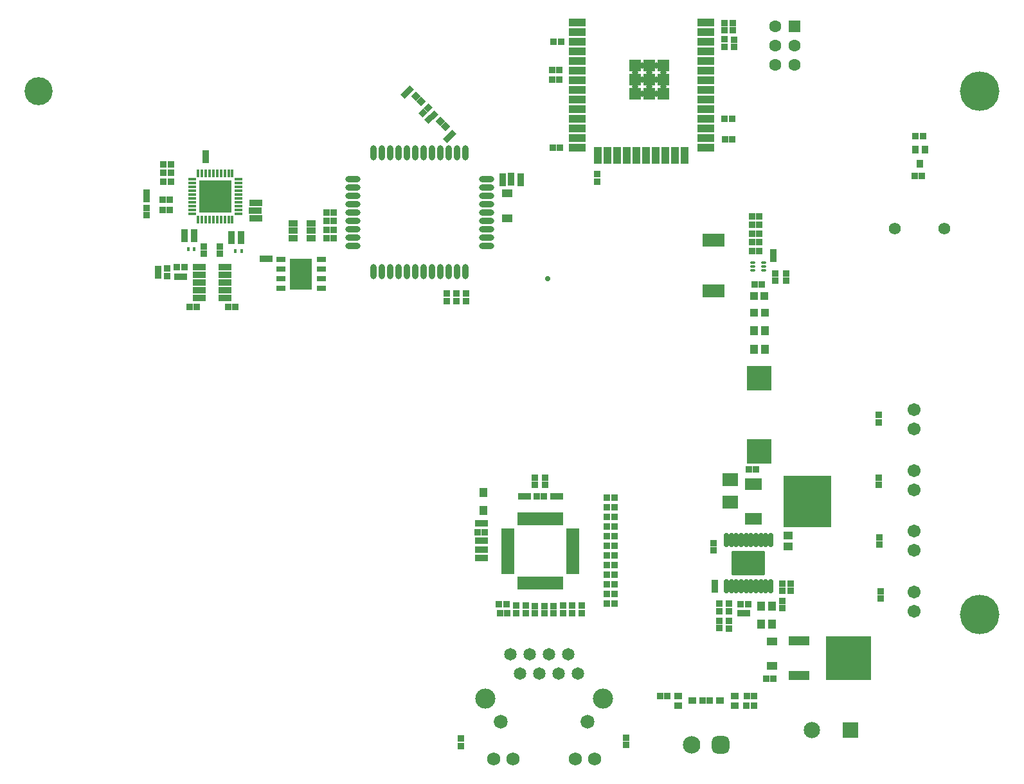
<source format=gbs>
G04*
G04 #@! TF.GenerationSoftware,Altium Limited,Altium Designer,21.9.1 (22)*
G04*
G04 Layer_Color=16711935*
%FSLAX25Y25*%
%MOIN*%
G70*
G04*
G04 #@! TF.SameCoordinates,3683F5DD-B2EF-4FE9-AD71-088996B23F6A*
G04*
G04*
G04 #@! TF.FilePolarity,Negative*
G04*
G01*
G75*
%ADD16R,0.03556X0.03359*%
%ADD17C,0.06200*%
%ADD18C,0.06706*%
%ADD19C,0.14580*%
%ADD20C,0.20485*%
%ADD21C,0.07198*%
%ADD22C,0.10426*%
%ADD23C,0.06824*%
%ADD24C,0.06493*%
%ADD25R,0.08465X0.08465*%
%ADD26C,0.08465*%
%ADD27C,0.09068*%
G04:AMPARAMS|DCode=28|XSize=90.68mil|YSize=90.68mil|CornerRadius=24.67mil|HoleSize=0mil|Usage=FLASHONLY|Rotation=180.000|XOffset=0mil|YOffset=0mil|HoleType=Round|Shape=RoundedRectangle|*
%AMROUNDEDRECTD28*
21,1,0.09068,0.04134,0,0,180.0*
21,1,0.04134,0.09068,0,0,180.0*
1,1,0.04934,-0.02067,0.02067*
1,1,0.04934,0.02067,0.02067*
1,1,0.04934,0.02067,-0.02067*
1,1,0.04934,-0.02067,-0.02067*
%
%ADD28ROUNDEDRECTD28*%
%ADD29C,0.06312*%
%ADD30R,0.06312X0.06312*%
%ADD31C,0.02769*%
%ADD32C,0.03300*%
%ADD68R,0.03937X0.04528*%
%ADD69R,0.03960X0.05151*%
%ADD75R,0.05151X0.03960*%
G04:AMPARAMS|DCode=77|XSize=26.38mil|YSize=11.81mil|CornerRadius=1.95mil|HoleSize=0mil|Usage=FLASHONLY|Rotation=0.000|XOffset=0mil|YOffset=0mil|HoleType=Round|Shape=RoundedRectangle|*
%AMROUNDEDRECTD77*
21,1,0.02638,0.00791,0,0,0.0*
21,1,0.02248,0.01181,0,0,0.0*
1,1,0.00390,0.01124,-0.00396*
1,1,0.00390,-0.01124,-0.00396*
1,1,0.00390,-0.01124,0.00396*
1,1,0.00390,0.01124,0.00396*
%
%ADD77ROUNDEDRECTD77*%
%ADD78R,0.04351X0.03961*%
%ADD84R,0.11811X0.06890*%
%ADD85R,0.01575X0.01968*%
%ADD93R,0.08976X0.06000*%
%ADD96R,0.24528X0.26535*%
%ADD104R,0.03556X0.04343*%
%ADD105R,0.03359X0.03556*%
%ADD106R,0.03398X0.03241*%
%ADD107R,0.03241X0.03398*%
%ADD108R,0.03753X0.03556*%
%ADD109R,0.11036X0.04973*%
%ADD110R,0.23241X0.22973*%
%ADD111R,0.04343X0.03556*%
G04:AMPARAMS|DCode=112|XSize=126.11mil|YSize=173.35mil|CornerRadius=5.77mil|HoleSize=0mil|Usage=FLASHONLY|Rotation=90.000|XOffset=0mil|YOffset=0mil|HoleType=Round|Shape=RoundedRectangle|*
%AMROUNDEDRECTD112*
21,1,0.12611,0.16181,0,0,90.0*
21,1,0.11457,0.17335,0,0,90.0*
1,1,0.01154,0.08091,0.05728*
1,1,0.01154,0.08091,-0.05728*
1,1,0.01154,-0.08091,-0.05728*
1,1,0.01154,-0.08091,0.05728*
%
%ADD112ROUNDEDRECTD112*%
G04:AMPARAMS|DCode=113|XSize=25.72mil|YSize=70.99mil|CornerRadius=5.95mil|HoleSize=0mil|Usage=FLASHONLY|Rotation=0.000|XOffset=0mil|YOffset=0mil|HoleType=Round|Shape=RoundedRectangle|*
%AMROUNDEDRECTD113*
21,1,0.02572,0.05909,0,0,0.0*
21,1,0.01382,0.07099,0,0,0.0*
1,1,0.01190,0.00691,-0.02955*
1,1,0.01190,-0.00691,-0.02955*
1,1,0.01190,-0.00691,0.02955*
1,1,0.01190,0.00691,0.02955*
%
%ADD113ROUNDEDRECTD113*%
%ADD114R,0.08280X0.06902*%
%ADD115R,0.05603X0.04383*%
%ADD116R,0.05131X0.03359*%
%ADD117R,0.03556X0.03753*%
%ADD118R,0.08674X0.04343*%
G04:AMPARAMS|DCode=119|XSize=33.59mil|YSize=35.56mil|CornerRadius=0mil|HoleSize=0mil|Usage=FLASHONLY|Rotation=225.000|XOffset=0mil|YOffset=0mil|HoleType=Round|Shape=Rectangle|*
%AMROTATEDRECTD119*
4,1,4,-0.00070,0.02445,0.02445,-0.00070,0.00070,-0.02445,-0.02445,0.00070,-0.00070,0.02445,0.0*
%
%ADD119ROTATEDRECTD119*%

G04:AMPARAMS|DCode=120|XSize=32.41mil|YSize=33.98mil|CornerRadius=0mil|HoleSize=0mil|Usage=FLASHONLY|Rotation=315.000|XOffset=0mil|YOffset=0mil|HoleType=Round|Shape=Rectangle|*
%AMROTATEDRECTD120*
4,1,4,-0.02347,-0.00056,0.00056,0.02347,0.02347,0.00056,-0.00056,-0.02347,-0.02347,-0.00056,0.0*
%
%ADD120ROTATEDRECTD120*%

%ADD121O,0.04147X0.01587*%
%ADD122R,0.01981X0.06607*%
%ADD123R,0.06607X0.01981*%
%ADD124O,0.01587X0.04147*%
%ADD125R,0.04343X0.08674*%
%ADD126O,0.03162X0.07887*%
%ADD127R,0.16942X0.16942*%
%ADD128O,0.07887X0.03162*%
%ADD129R,0.13005X0.13005*%
%ADD130R,0.04580X0.02769*%
%ADD131R,0.11706X0.16154*%
%ADD132R,0.06036X0.06036*%
D16*
X1176630Y776000D02*
D03*
X1180370D02*
D03*
X1177130Y796500D02*
D03*
X1180870D02*
D03*
X989000Y790500D02*
D03*
X992740D02*
D03*
X989500Y845500D02*
D03*
X993240D02*
D03*
X992370Y826000D02*
D03*
X988630D02*
D03*
Y831000D02*
D03*
X992370D02*
D03*
X964870Y553500D02*
D03*
X961130D02*
D03*
X953740Y591059D02*
D03*
X950000D02*
D03*
X1020870Y554000D02*
D03*
X1017130D02*
D03*
Y559000D02*
D03*
X1020870D02*
D03*
Y564000D02*
D03*
X1017130D02*
D03*
Y569000D02*
D03*
X1020870D02*
D03*
Y574000D02*
D03*
X1017130D02*
D03*
Y579000D02*
D03*
X1020870D02*
D03*
X1017130Y584000D02*
D03*
X1020870D02*
D03*
X1017130Y589000D02*
D03*
X1020870D02*
D03*
X1017130Y594000D02*
D03*
X1020870D02*
D03*
X1017130Y599000D02*
D03*
X1020870D02*
D03*
X1017130Y604000D02*
D03*
X1020870D02*
D03*
X1017130Y609000D02*
D03*
X1020870D02*
D03*
X1090240Y553500D02*
D03*
X1086500D02*
D03*
X1044630Y506000D02*
D03*
X1048370D02*
D03*
X1070500Y503500D02*
D03*
X1066760D02*
D03*
X1093370Y506000D02*
D03*
X1089630D02*
D03*
X1089500Y501000D02*
D03*
X1093240D02*
D03*
X1103500Y515000D02*
D03*
X1099760D02*
D03*
X875370Y757000D02*
D03*
X871630D02*
D03*
X875500Y752500D02*
D03*
X871760D02*
D03*
X875370Y748000D02*
D03*
X871630D02*
D03*
X794130Y728500D02*
D03*
X797870D02*
D03*
X804370Y708000D02*
D03*
X800630D02*
D03*
X824370D02*
D03*
X820630D02*
D03*
X790870Y782000D02*
D03*
X787130D02*
D03*
Y777500D02*
D03*
X790870D02*
D03*
Y773000D02*
D03*
X787130D02*
D03*
X1078130Y805500D02*
D03*
X1081870D02*
D03*
X1078260Y795000D02*
D03*
X1082000D02*
D03*
X984500Y609500D02*
D03*
X980760D02*
D03*
D17*
X1166400Y748500D02*
D03*
X1191995D02*
D03*
D18*
X1176201Y644606D02*
D03*
Y654606D02*
D03*
Y613110D02*
D03*
Y623110D02*
D03*
Y581613D02*
D03*
Y591613D02*
D03*
Y550117D02*
D03*
Y560117D02*
D03*
D19*
X722298Y820000D02*
D03*
D20*
X1210487D02*
D03*
X1210500Y548359D02*
D03*
D21*
X961953Y492705D02*
D03*
X1006953D02*
D03*
D22*
X953961Y504713D02*
D03*
X1014945D02*
D03*
D23*
X958370Y473413D02*
D03*
X968370D02*
D03*
X1000535D02*
D03*
X1010535D02*
D03*
D24*
X966953Y527705D02*
D03*
X971953Y517705D02*
D03*
X976953Y527705D02*
D03*
X981953Y517705D02*
D03*
X986953Y527705D02*
D03*
X991953Y517705D02*
D03*
X996953Y527705D02*
D03*
X1001953Y517705D02*
D03*
D25*
X1143500Y488189D02*
D03*
D26*
X1123500D02*
D03*
D27*
X1061000Y480724D02*
D03*
D28*
X1076000D02*
D03*
D29*
X1104500Y853500D02*
D03*
X1114500Y843500D02*
D03*
X1104500D02*
D03*
X1114500Y833500D02*
D03*
X1104500D02*
D03*
D30*
X1114500Y853500D02*
D03*
D31*
X986500Y722500D02*
D03*
X1096406Y575000D02*
D03*
Y578937D02*
D03*
Y571063D02*
D03*
X1092468D02*
D03*
X1088531D02*
D03*
X1084595D02*
D03*
Y578937D02*
D03*
Y575000D02*
D03*
X1088531Y578937D02*
D03*
Y575000D02*
D03*
X1092468Y578937D02*
D03*
Y575000D02*
D03*
X807506Y758802D02*
D03*
X811837D02*
D03*
X816168D02*
D03*
X820498D02*
D03*
X807506Y763133D02*
D03*
X811837D02*
D03*
X816168D02*
D03*
X807506Y767464D02*
D03*
X811837D02*
D03*
X816168D02*
D03*
X820498D02*
D03*
X807506Y771794D02*
D03*
X811837D02*
D03*
X816168D02*
D03*
X820498D02*
D03*
Y763133D02*
D03*
D32*
X1031776Y829612D02*
D03*
X1046224Y829573D02*
D03*
Y822388D02*
D03*
X1039000D02*
D03*
X1031776D02*
D03*
X1035388Y818776D02*
D03*
X1042612D02*
D03*
X1035388Y826000D02*
D03*
X1042612Y825961D02*
D03*
X1035388Y833224D02*
D03*
X1039000Y829612D02*
D03*
X1042612Y833224D02*
D03*
D68*
X953000Y611626D02*
D03*
Y602374D02*
D03*
D69*
X1096866Y552804D02*
D03*
X1102584D02*
D03*
X1096866Y543304D02*
D03*
X1102584D02*
D03*
X1093282Y686000D02*
D03*
X1099000D02*
D03*
X1093282Y695500D02*
D03*
X1099000D02*
D03*
D75*
X1111000Y583641D02*
D03*
Y589359D02*
D03*
D77*
X1092673Y727063D02*
D03*
Y729032D02*
D03*
Y731000D02*
D03*
X1098500D02*
D03*
Y729032D02*
D03*
Y727063D02*
D03*
D78*
X1099000Y705000D02*
D03*
X1093484D02*
D03*
X1098758Y713500D02*
D03*
X1093242D02*
D03*
D84*
X1072500Y742787D02*
D03*
Y716213D02*
D03*
D85*
X799925Y738000D02*
D03*
X803075D02*
D03*
X827575Y737000D02*
D03*
X824425D02*
D03*
D93*
X1093047Y598024D02*
D03*
Y615976D02*
D03*
D96*
X1121177Y607000D02*
D03*
D104*
X1179500Y782260D02*
D03*
X1182059Y789740D02*
D03*
X1176941D02*
D03*
D105*
X1159000Y560240D02*
D03*
Y556500D02*
D03*
X1158500Y584630D02*
D03*
Y588370D02*
D03*
X1158000Y615630D02*
D03*
Y619370D02*
D03*
Y648130D02*
D03*
Y651870D02*
D03*
X1012000Y776870D02*
D03*
Y773130D02*
D03*
X970167Y552870D02*
D03*
Y549130D02*
D03*
X975000D02*
D03*
Y552870D02*
D03*
X994333Y549130D02*
D03*
Y552870D02*
D03*
X999167Y549130D02*
D03*
Y552870D02*
D03*
X1004000Y549130D02*
D03*
Y552870D02*
D03*
X1108000Y564370D02*
D03*
Y560630D02*
D03*
X1112500Y564370D02*
D03*
Y560630D02*
D03*
X1080500Y553870D02*
D03*
Y550130D02*
D03*
X1075500D02*
D03*
Y553870D02*
D03*
Y541260D02*
D03*
Y545000D02*
D03*
X1080500Y544870D02*
D03*
Y541130D02*
D03*
X1104500Y721500D02*
D03*
Y725240D02*
D03*
X1110000Y725370D02*
D03*
Y721630D02*
D03*
X934000Y714870D02*
D03*
Y711130D02*
D03*
X939000D02*
D03*
Y714870D02*
D03*
X944000Y711130D02*
D03*
Y714870D02*
D03*
X789000Y727870D02*
D03*
Y724130D02*
D03*
X816500Y739370D02*
D03*
Y735630D02*
D03*
X808000Y739370D02*
D03*
Y735630D02*
D03*
X1078000Y846870D02*
D03*
Y843130D02*
D03*
X1027000Y484240D02*
D03*
Y480500D02*
D03*
X941500Y483870D02*
D03*
Y480130D02*
D03*
D106*
X961768Y549000D02*
D03*
X965232D02*
D03*
X972535Y609500D02*
D03*
X976000D02*
D03*
X992732D02*
D03*
X989268D02*
D03*
X950354Y595500D02*
D03*
X953819D02*
D03*
Y586500D02*
D03*
X950354D02*
D03*
X953819Y582000D02*
D03*
X950354D02*
D03*
X953819Y577500D02*
D03*
X950354D02*
D03*
X1089732Y549000D02*
D03*
X1086268D02*
D03*
X1094232Y623500D02*
D03*
X1090768D02*
D03*
X1092500Y755000D02*
D03*
X1095965D02*
D03*
X1092500Y750500D02*
D03*
X1095965D02*
D03*
X1092500Y746000D02*
D03*
X1095965D02*
D03*
X1092500Y741500D02*
D03*
X1095965D02*
D03*
X1092500Y737000D02*
D03*
X1095965D02*
D03*
X1093768Y719500D02*
D03*
X1097232D02*
D03*
X875232Y743500D02*
D03*
X871768D02*
D03*
X842000Y733000D02*
D03*
X838535D02*
D03*
X794268Y723500D02*
D03*
X797732D02*
D03*
X807500Y728500D02*
D03*
X804035D02*
D03*
Y724500D02*
D03*
X807500D02*
D03*
X804035Y720500D02*
D03*
X807500D02*
D03*
X804035Y716500D02*
D03*
X807500D02*
D03*
X804035Y712500D02*
D03*
X807500D02*
D03*
X817268D02*
D03*
X820732D02*
D03*
X817268Y716500D02*
D03*
X820732D02*
D03*
X817268Y720500D02*
D03*
X820732D02*
D03*
X817268Y724500D02*
D03*
X820732D02*
D03*
Y728500D02*
D03*
X817268D02*
D03*
X833268Y754000D02*
D03*
X836732D02*
D03*
X833000Y758000D02*
D03*
X836465D02*
D03*
X833268Y762000D02*
D03*
X836732D02*
D03*
D107*
X979774Y549051D02*
D03*
Y552516D02*
D03*
X984608Y549051D02*
D03*
Y552516D02*
D03*
X989441D02*
D03*
Y549051D02*
D03*
X1108000Y555232D02*
D03*
Y551768D02*
D03*
X1103500Y733000D02*
D03*
Y736465D02*
D03*
X784500Y724268D02*
D03*
Y727732D02*
D03*
X798000Y743268D02*
D03*
Y746732D02*
D03*
X803000Y743268D02*
D03*
Y746732D02*
D03*
X778500Y767465D02*
D03*
Y764000D02*
D03*
Y755768D02*
D03*
Y759232D02*
D03*
X963000Y772268D02*
D03*
Y775732D02*
D03*
X967500Y772500D02*
D03*
Y775965D02*
D03*
X972500Y772268D02*
D03*
Y775732D02*
D03*
X1083000Y843035D02*
D03*
Y846500D02*
D03*
X1078000Y851768D02*
D03*
Y855232D02*
D03*
X1082500Y851768D02*
D03*
Y855232D02*
D03*
X822500Y745732D02*
D03*
Y742268D02*
D03*
X827500Y745732D02*
D03*
Y742268D02*
D03*
X1073000Y564732D02*
D03*
Y561268D02*
D03*
X1072500Y585232D02*
D03*
Y581768D02*
D03*
X809000Y784268D02*
D03*
Y787732D02*
D03*
D108*
X979842Y615531D02*
D03*
X985157D02*
D03*
Y619468D02*
D03*
X979842D02*
D03*
D109*
X1116555Y534500D02*
D03*
Y516500D02*
D03*
D110*
X1142342Y525500D02*
D03*
D111*
X1054020Y500941D02*
D03*
Y506059D02*
D03*
X1061500Y503500D02*
D03*
X1083240Y506059D02*
D03*
Y500941D02*
D03*
X1075760Y503500D02*
D03*
D112*
X1090500Y575000D02*
D03*
D113*
X1099457Y562992D02*
D03*
X1096898D02*
D03*
X1094339D02*
D03*
X1091780D02*
D03*
X1086661D02*
D03*
X1078984D02*
D03*
X1099457Y587008D02*
D03*
X1096898D02*
D03*
X1094339D02*
D03*
X1086661D02*
D03*
X1084102D02*
D03*
X1081543D02*
D03*
X1102016Y562992D02*
D03*
X1089221Y587008D02*
D03*
X1091780D02*
D03*
X1102016D02*
D03*
X1081543Y562992D02*
D03*
X1078984Y587008D02*
D03*
X1084102Y562992D02*
D03*
X1089221D02*
D03*
D114*
X1081000Y606693D02*
D03*
Y618307D02*
D03*
D115*
X965500Y766937D02*
D03*
Y754063D02*
D03*
X1102630Y521500D02*
D03*
Y534374D02*
D03*
D116*
X854276Y751240D02*
D03*
Y747500D02*
D03*
Y743760D02*
D03*
X863724D02*
D03*
Y747500D02*
D03*
Y751240D02*
D03*
D117*
X790469Y758343D02*
D03*
Y763658D02*
D03*
X786531D02*
D03*
Y758343D02*
D03*
D118*
X1068528Y790528D02*
D03*
Y805528D02*
D03*
X1001598Y815528D02*
D03*
Y850528D02*
D03*
Y820528D02*
D03*
Y795528D02*
D03*
X1068528Y810528D02*
D03*
X1001598Y845528D02*
D03*
Y830528D02*
D03*
X1068528Y795528D02*
D03*
Y820528D02*
D03*
Y850528D02*
D03*
X1001598Y810528D02*
D03*
X1068528Y800528D02*
D03*
X1001598Y805528D02*
D03*
Y800528D02*
D03*
X1068528Y840528D02*
D03*
Y835528D02*
D03*
Y815528D02*
D03*
Y825528D02*
D03*
Y830528D02*
D03*
Y845528D02*
D03*
Y855528D02*
D03*
X1001598D02*
D03*
Y840528D02*
D03*
Y835528D02*
D03*
Y825528D02*
D03*
Y790528D02*
D03*
D119*
X930678Y804322D02*
D03*
X933322Y801678D02*
D03*
X918178Y817322D02*
D03*
X920822Y814678D02*
D03*
D120*
X912275Y818275D02*
D03*
X914725Y820725D02*
D03*
X921775Y808775D02*
D03*
X924225Y811225D02*
D03*
X924775Y805275D02*
D03*
X927225Y807725D02*
D03*
X934275Y795275D02*
D03*
X936725Y797725D02*
D03*
D121*
X801896Y764314D02*
D03*
Y762346D02*
D03*
X826109Y758409D02*
D03*
Y766283D02*
D03*
Y764314D02*
D03*
Y760377D02*
D03*
X801896Y770220D02*
D03*
Y768251D02*
D03*
Y766283D02*
D03*
X826109Y762346D02*
D03*
Y756440D02*
D03*
X801896D02*
D03*
X826109Y768251D02*
D03*
Y770220D02*
D03*
Y772188D02*
D03*
Y774157D02*
D03*
X801896D02*
D03*
Y772188D02*
D03*
Y760377D02*
D03*
Y758409D02*
D03*
D122*
X983500Y597870D02*
D03*
X981532D02*
D03*
X973658Y564500D02*
D03*
X979563D02*
D03*
X987437D02*
D03*
X991374D02*
D03*
X993342D02*
D03*
X987437Y597870D02*
D03*
X991374D02*
D03*
X989406D02*
D03*
X983500Y564500D02*
D03*
X985468D02*
D03*
X975626D02*
D03*
X971689Y597870D02*
D03*
X979563D02*
D03*
X977594Y564500D02*
D03*
X989406D02*
D03*
X975626Y597870D02*
D03*
X977594D02*
D03*
X985468D02*
D03*
X993342D02*
D03*
X981532Y564500D02*
D03*
X971689D02*
D03*
X973658Y597870D02*
D03*
D123*
X965831Y586106D02*
D03*
Y578232D02*
D03*
Y574295D02*
D03*
Y588075D02*
D03*
X999201Y580201D02*
D03*
Y578232D02*
D03*
Y576264D02*
D03*
Y582169D02*
D03*
Y584138D02*
D03*
Y586106D02*
D03*
Y588075D02*
D03*
Y590043D02*
D03*
X965831D02*
D03*
Y584138D02*
D03*
X999201Y570358D02*
D03*
X965831Y582169D02*
D03*
Y576264D02*
D03*
Y572327D02*
D03*
X999201Y592012D02*
D03*
X965831Y570358D02*
D03*
Y580201D02*
D03*
Y592012D02*
D03*
X999201Y574295D02*
D03*
Y572327D02*
D03*
D124*
X822861Y777405D02*
D03*
X820892D02*
D03*
X814987D02*
D03*
X813018D02*
D03*
Y753192D02*
D03*
X816955D02*
D03*
X814987D02*
D03*
X809081Y777405D02*
D03*
Y753192D02*
D03*
X818924Y777405D02*
D03*
X816955D02*
D03*
X811050Y753192D02*
D03*
X818924D02*
D03*
X822861D02*
D03*
X811050Y777405D02*
D03*
X807113D02*
D03*
X805144D02*
D03*
Y753192D02*
D03*
X807113D02*
D03*
X820892D02*
D03*
D125*
X1052228Y786590D02*
D03*
X1017228D02*
D03*
X1012228D02*
D03*
X1042228D02*
D03*
X1037228D02*
D03*
X1032228D02*
D03*
X1027228D02*
D03*
X1022228D02*
D03*
X1047268D02*
D03*
X1057228D02*
D03*
D126*
X939484Y726189D02*
D03*
X943815D02*
D03*
X939484Y788000D02*
D03*
X943815D02*
D03*
X935153D02*
D03*
X930823D02*
D03*
X926492D02*
D03*
X922161D02*
D03*
X917831D02*
D03*
X913500D02*
D03*
X909169D02*
D03*
X904839D02*
D03*
X900508D02*
D03*
X896177D02*
D03*
Y726189D02*
D03*
X900508D02*
D03*
X904839D02*
D03*
X909169D02*
D03*
X913500D02*
D03*
X917831D02*
D03*
X922161D02*
D03*
X926492D02*
D03*
X930823D02*
D03*
X935153D02*
D03*
D127*
X814002Y765298D02*
D03*
D128*
X954642Y744102D02*
D03*
Y748433D02*
D03*
Y752764D02*
D03*
Y757094D02*
D03*
Y761425D02*
D03*
Y765756D02*
D03*
Y770087D02*
D03*
Y774417D02*
D03*
X885350D02*
D03*
Y770087D02*
D03*
Y765756D02*
D03*
Y761425D02*
D03*
Y757094D02*
D03*
Y752764D02*
D03*
Y748433D02*
D03*
Y744102D02*
D03*
Y739772D02*
D03*
X954642D02*
D03*
D129*
X1096000Y633102D02*
D03*
Y670898D02*
D03*
D130*
X869032Y732500D02*
D03*
Y727500D02*
D03*
Y722500D02*
D03*
Y717500D02*
D03*
X847968Y732500D02*
D03*
Y727500D02*
D03*
Y722500D02*
D03*
Y717500D02*
D03*
D131*
X858500Y725000D02*
D03*
D132*
X1039000Y826000D02*
D03*
Y833224D02*
D03*
X1046224D02*
D03*
X1031776Y826000D02*
D03*
Y833224D02*
D03*
X1046224Y825961D02*
D03*
Y818776D02*
D03*
X1039000D02*
D03*
X1031776D02*
D03*
M02*

</source>
